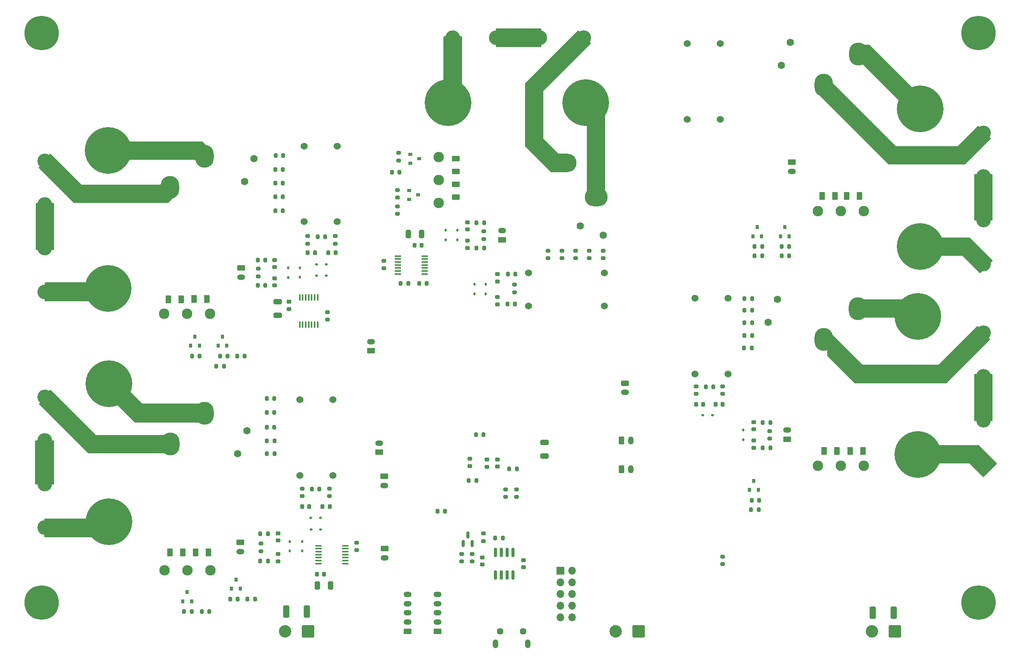
<source format=gbr>
%TF.GenerationSoftware,KiCad,Pcbnew,7.0.5*%
%TF.CreationDate,2023-06-14T16:30:10+07:00*%
%TF.ProjectId,Smart CB STM32 PCB,536d6172-7420-4434-9220-53544d333220,rev?*%
%TF.SameCoordinates,Original*%
%TF.FileFunction,Soldermask,Bot*%
%TF.FilePolarity,Negative*%
%FSLAX46Y46*%
G04 Gerber Fmt 4.6, Leading zero omitted, Abs format (unit mm)*
G04 Created by KiCad (PCBNEW 7.0.5) date 2023-06-14 16:30:10*
%MOMM*%
%LPD*%
G01*
G04 APERTURE LIST*
G04 Aperture macros list*
%AMRoundRect*
0 Rectangle with rounded corners*
0 $1 Rounding radius*
0 $2 $3 $4 $5 $6 $7 $8 $9 X,Y pos of 4 corners*
0 Add a 4 corners polygon primitive as box body*
4,1,4,$2,$3,$4,$5,$6,$7,$8,$9,$2,$3,0*
0 Add four circle primitives for the rounded corners*
1,1,$1+$1,$2,$3*
1,1,$1+$1,$4,$5*
1,1,$1+$1,$6,$7*
1,1,$1+$1,$8,$9*
0 Add four rect primitives between the rounded corners*
20,1,$1+$1,$2,$3,$4,$5,0*
20,1,$1+$1,$4,$5,$6,$7,0*
20,1,$1+$1,$6,$7,$8,$9,0*
20,1,$1+$1,$8,$9,$2,$3,0*%
G04 Aperture macros list end*
%ADD10C,2.286000*%
%ADD11O,4.000000X5.000000*%
%ADD12C,1.600000*%
%ADD13C,1.524000*%
%ADD14C,10.160000*%
%ADD15O,3.200000X3.200000*%
%ADD16RoundRect,0.250001X1.099999X1.099999X-1.099999X1.099999X-1.099999X-1.099999X1.099999X-1.099999X0*%
%ADD17C,2.700000*%
%ADD18R,1.700000X1.700000*%
%ADD19O,1.700000X1.700000*%
%ADD20RoundRect,0.250000X-0.625000X0.350000X-0.625000X-0.350000X0.625000X-0.350000X0.625000X0.350000X0*%
%ADD21O,1.750000X1.200000*%
%ADD22RoundRect,0.250000X0.625000X-0.350000X0.625000X0.350000X-0.625000X0.350000X-0.625000X-0.350000X0*%
%ADD23O,1.200000X1.900000*%
%ADD24C,1.450000*%
%ADD25C,7.500000*%
%ADD26RoundRect,0.250000X-0.350000X-0.625000X0.350000X-0.625000X0.350000X0.625000X-0.350000X0.625000X0*%
%ADD27O,1.200000X1.750000*%
%ADD28O,5.000000X4.000000*%
%ADD29R,0.800000X0.900000*%
%ADD30RoundRect,0.200000X-0.275000X0.200000X-0.275000X-0.200000X0.275000X-0.200000X0.275000X0.200000X0*%
%ADD31RoundRect,0.250000X-0.375000X-0.625000X0.375000X-0.625000X0.375000X0.625000X-0.375000X0.625000X0*%
%ADD32RoundRect,0.112500X0.112500X-0.187500X0.112500X0.187500X-0.112500X0.187500X-0.112500X-0.187500X0*%
%ADD33RoundRect,0.200000X-0.200000X-0.275000X0.200000X-0.275000X0.200000X0.275000X-0.200000X0.275000X0*%
%ADD34RoundRect,0.200000X0.200000X0.275000X-0.200000X0.275000X-0.200000X-0.275000X0.200000X-0.275000X0*%
%ADD35RoundRect,0.225000X0.250000X-0.225000X0.250000X0.225000X-0.250000X0.225000X-0.250000X-0.225000X0*%
%ADD36RoundRect,0.250000X0.425000X1.075000X-0.425000X1.075000X-0.425000X-1.075000X0.425000X-1.075000X0*%
%ADD37RoundRect,0.250000X0.375000X0.625000X-0.375000X0.625000X-0.375000X-0.625000X0.375000X-0.625000X0*%
%ADD38RoundRect,0.225000X-0.250000X0.225000X-0.250000X-0.225000X0.250000X-0.225000X0.250000X0.225000X0*%
%ADD39RoundRect,0.200000X0.275000X-0.200000X0.275000X0.200000X-0.275000X0.200000X-0.275000X-0.200000X0*%
%ADD40RoundRect,0.150000X0.150000X-0.825000X0.150000X0.825000X-0.150000X0.825000X-0.150000X-0.825000X0*%
%ADD41RoundRect,0.225000X0.225000X0.250000X-0.225000X0.250000X-0.225000X-0.250000X0.225000X-0.250000X0*%
%ADD42RoundRect,0.112500X0.187500X0.112500X-0.187500X0.112500X-0.187500X-0.112500X0.187500X-0.112500X0*%
%ADD43R,0.450000X1.475000*%
%ADD44RoundRect,0.150000X0.150000X-0.587500X0.150000X0.587500X-0.150000X0.587500X-0.150000X-0.587500X0*%
%ADD45R,1.475000X0.450000*%
%ADD46RoundRect,0.225000X-0.225000X-0.250000X0.225000X-0.250000X0.225000X0.250000X-0.225000X0.250000X0*%
%ADD47RoundRect,0.112500X-0.187500X-0.112500X0.187500X-0.112500X0.187500X0.112500X-0.187500X0.112500X0*%
%ADD48R,0.900000X0.800000*%
%ADD49RoundRect,0.250000X0.625000X-0.375000X0.625000X0.375000X-0.625000X0.375000X-0.625000X-0.375000X0*%
%ADD50RoundRect,0.250000X0.325000X0.650000X-0.325000X0.650000X-0.325000X-0.650000X0.325000X-0.650000X0*%
%ADD51RoundRect,0.112500X-0.112500X0.187500X-0.112500X-0.187500X0.112500X-0.187500X0.112500X0.187500X0*%
%ADD52RoundRect,0.250000X-0.325000X-0.650000X0.325000X-0.650000X0.325000X0.650000X-0.325000X0.650000X0*%
%ADD53RoundRect,0.250000X-0.625000X0.375000X-0.625000X-0.375000X0.625000X-0.375000X0.625000X0.375000X0*%
%ADD54RoundRect,0.250000X-0.650000X0.325000X-0.650000X-0.325000X0.650000X-0.325000X0.650000X0.325000X0*%
%ADD55RoundRect,0.250000X0.650000X-0.325000X0.650000X0.325000X-0.650000X0.325000X-0.650000X-0.325000X0*%
G04 APERTURE END LIST*
D10*
%TO.C,U31*%
X79750000Y-145000000D03*
X84750000Y-145000000D03*
X89750000Y-145000000D03*
D11*
X88500000Y-110750000D03*
X81000000Y-117500000D03*
%TD*%
D12*
%TO.C,RV1*%
X170250000Y-70000000D03*
X175250000Y-72000000D03*
%TD*%
D13*
%TO.C,U14*%
X110188000Y-52588700D03*
X117388000Y-52588700D03*
X117388000Y-69088700D03*
X110188000Y-69088700D03*
%TD*%
D14*
%TO.C,J16*%
X141460000Y-43130000D03*
%TD*%
%TO.C,J25*%
X244250000Y-74500000D03*
%TD*%
D15*
%TO.C,U3*%
X53653000Y-107213700D03*
X53653000Y-116713700D03*
X53653000Y-126213700D03*
X53653000Y-135713700D03*
%TD*%
D14*
%TO.C,J28*%
X67688000Y-134388700D03*
%TD*%
D16*
%TO.C,J2*%
X183000000Y-158250000D03*
D17*
X178000000Y-158250000D03*
%TD*%
D10*
%TO.C,U16*%
X79688000Y-89088700D03*
X84688000Y-89088700D03*
X89688000Y-89088700D03*
D11*
X88438000Y-54838700D03*
X80938000Y-61588700D03*
%TD*%
D12*
%TO.C,RV4*%
X214025000Y-35050000D03*
X216025000Y-30050000D03*
%TD*%
D18*
%TO.C,J4*%
X165960000Y-145048700D03*
D19*
X168500000Y-145048700D03*
X165960000Y-147588700D03*
X168500000Y-147588700D03*
X165960000Y-150128700D03*
X168500000Y-150128700D03*
X165960000Y-152668700D03*
X168500000Y-152668700D03*
X165960000Y-155208700D03*
X168500000Y-155208700D03*
%TD*%
D20*
%TO.C,J8*%
X179975000Y-104250000D03*
D21*
X179975000Y-106250000D03*
%TD*%
D15*
%TO.C,U7*%
X258050000Y-121775000D03*
X258050000Y-112275000D03*
X258050000Y-102775000D03*
X258050000Y-93275000D03*
%TD*%
D20*
%TO.C,J18*%
X96438000Y-79150700D03*
D21*
X96438000Y-81150700D03*
%TD*%
D22*
%TO.C,J30*%
X124675000Y-97175000D03*
D21*
X124675000Y-95175000D03*
%TD*%
D23*
%TO.C,J5*%
X151800000Y-161008700D03*
D24*
X152800000Y-158308700D03*
X157800000Y-158308700D03*
D23*
X158800000Y-161008700D03*
%TD*%
D22*
%TO.C,J15*%
X153250000Y-73025000D03*
D21*
X153250000Y-71025000D03*
%TD*%
D22*
%TO.C,J13*%
X126500000Y-119300000D03*
D21*
X126500000Y-117300000D03*
%TD*%
D22*
%TO.C,J6*%
X132710000Y-158250000D03*
D21*
X132710000Y-156250000D03*
X132710000Y-154250000D03*
X132710000Y-152250000D03*
X132710000Y-150250000D03*
%TD*%
D20*
%TO.C,J27*%
X96300000Y-138925000D03*
D21*
X96300000Y-140925000D03*
%TD*%
D20*
%TO.C,J12*%
X127718750Y-140250000D03*
D21*
X127718750Y-142250000D03*
%TD*%
D25*
%TO.C,H4*%
X257000000Y-28000000D03*
%TD*%
D12*
%TO.C,RV5*%
X95688000Y-119588700D03*
X97688000Y-114588700D03*
%TD*%
D13*
%TO.C,U9*%
X175500000Y-80250000D03*
X175500000Y-87450000D03*
X159000000Y-87450000D03*
X159000000Y-80250000D03*
%TD*%
%TO.C,U24*%
X193525000Y-30250000D03*
X200725000Y-30250000D03*
X200725000Y-46750000D03*
X193525000Y-46750000D03*
%TD*%
D22*
%TO.C,J7*%
X139210000Y-158250000D03*
D21*
X139210000Y-156250000D03*
X139210000Y-154250000D03*
X139210000Y-152250000D03*
X139210000Y-150250000D03*
%TD*%
D14*
%TO.C,J20*%
X67438000Y-53588700D03*
%TD*%
D20*
%TO.C,J9*%
X127550000Y-124500000D03*
D21*
X127550000Y-126500000D03*
%TD*%
D15*
%TO.C,U6*%
X258050000Y-78250000D03*
X258050000Y-68750000D03*
X258050000Y-59250000D03*
X258050000Y-49750000D03*
%TD*%
D26*
%TO.C,J11*%
X179250000Y-116750000D03*
D27*
X181250000Y-116750000D03*
%TD*%
D15*
%TO.C,U5*%
X171000000Y-29000000D03*
X161500000Y-29000000D03*
X152000000Y-29000000D03*
X142500000Y-29000000D03*
%TD*%
D13*
%TO.C,U19*%
X195250000Y-85750000D03*
X202450000Y-85750000D03*
X202450000Y-102250000D03*
X195250000Y-102250000D03*
%TD*%
D10*
%TO.C,U21*%
X222000000Y-122225200D03*
X227000000Y-122225200D03*
X232000000Y-122225200D03*
D11*
X230750000Y-87975200D03*
X223250000Y-94725200D03*
%TD*%
D14*
%TO.C,J17*%
X171460000Y-43130000D03*
%TD*%
D25*
%TO.C,H1*%
X257000000Y-152000000D03*
%TD*%
D14*
%TO.C,J29*%
X67688000Y-104388700D03*
%TD*%
D13*
%TO.C,U29*%
X109188000Y-107838700D03*
X116388000Y-107838700D03*
X116388000Y-124338700D03*
X109188000Y-124338700D03*
%TD*%
D15*
%TO.C,U4*%
X53688000Y-55838700D03*
X53688000Y-65338700D03*
X53688000Y-74838700D03*
X53688000Y-84338700D03*
%TD*%
D14*
%TO.C,J22*%
X243750000Y-119750000D03*
%TD*%
%TO.C,J26*%
X244250000Y-44500000D03*
%TD*%
D22*
%TO.C,J21*%
X215323200Y-116470000D03*
D21*
X215323200Y-114470000D03*
%TD*%
D26*
%TO.C,J10*%
X179250000Y-122950000D03*
D27*
X181250000Y-122950000D03*
%TD*%
D10*
%TO.C,U11*%
X139460000Y-55000000D03*
X139460000Y-60000000D03*
X139460000Y-65000000D03*
D28*
X173710000Y-63750000D03*
X166960000Y-56250000D03*
%TD*%
D12*
%TO.C,RV2*%
X97188000Y-60338700D03*
X99188000Y-55338700D03*
%TD*%
D16*
%TO.C,J1*%
X111027500Y-158300000D03*
D17*
X106027500Y-158300000D03*
%TD*%
D14*
%TO.C,J23*%
X243750000Y-89750000D03*
%TD*%
D25*
%TO.C,H2*%
X53000000Y-28000000D03*
%TD*%
D10*
%TO.C,U26*%
X222025000Y-66800000D03*
X227025000Y-66800000D03*
X232025000Y-66800000D03*
D11*
X230775000Y-32550000D03*
X223275000Y-39300000D03*
%TD*%
D20*
%TO.C,J24*%
X216300000Y-56100000D03*
D21*
X216300000Y-58100000D03*
%TD*%
D14*
%TO.C,J19*%
X67438000Y-83588700D03*
%TD*%
D16*
%TO.C,J3*%
X238750000Y-158300000D03*
D17*
X233750000Y-158300000D03*
%TD*%
D12*
%TO.C,RV3*%
X211200000Y-91000000D03*
X213200000Y-86000000D03*
%TD*%
D25*
%TO.C,H3*%
X53000000Y-152000000D03*
%TD*%
D29*
%TO.C,U20*%
X209000000Y-127500000D03*
X207100000Y-127500000D03*
X208050000Y-125500000D03*
%TD*%
D30*
%TO.C,R76*%
X201250000Y-104925000D03*
X201250000Y-106575000D03*
%TD*%
D31*
%TO.C,D38*%
X86500000Y-141075000D03*
X89300000Y-141075000D03*
%TD*%
D29*
%TO.C,U15*%
X87338000Y-96088700D03*
X85438000Y-96088700D03*
X86388000Y-94088700D03*
%TD*%
D32*
%TO.C,D13*%
X141000000Y-73025000D03*
X141000000Y-70925000D03*
%TD*%
D29*
%TO.C,U27*%
X215750000Y-72250000D03*
X213850000Y-72250000D03*
X214800000Y-70250000D03*
%TD*%
D33*
%TO.C,R110*%
X87850000Y-154000000D03*
X89500000Y-154000000D03*
%TD*%
D30*
%TO.C,R59*%
X110938000Y-72188700D03*
X110938000Y-73838700D03*
%TD*%
D34*
%TO.C,R104*%
X103638000Y-110588700D03*
X101988000Y-110588700D03*
%TD*%
D35*
%TO.C,C27*%
X152210000Y-87050000D03*
X152210000Y-85500000D03*
%TD*%
D36*
%TO.C,D4*%
X238472500Y-154250000D03*
X233972500Y-154250000D03*
%TD*%
D37*
%TO.C,D35*%
X83700000Y-141075000D03*
X80900000Y-141075000D03*
%TD*%
D34*
%TO.C,R43*%
X136825000Y-82500000D03*
X135175000Y-82500000D03*
%TD*%
D38*
%TO.C,C25*%
X145750000Y-69225000D03*
X145750000Y-70775000D03*
%TD*%
D39*
%TO.C,R105*%
X100750000Y-140825000D03*
X100750000Y-139175000D03*
%TD*%
D34*
%TO.C,R72*%
X211650000Y-112800000D03*
X210000000Y-112800000D03*
%TD*%
%TO.C,R75*%
X199250000Y-105000000D03*
X197600000Y-105000000D03*
%TD*%
D40*
%TO.C,U1*%
X155610000Y-146028700D03*
X154340000Y-146028700D03*
X153070000Y-146028700D03*
X151800000Y-146028700D03*
X151800000Y-141078700D03*
X153070000Y-141078700D03*
X154340000Y-141078700D03*
X155610000Y-141078700D03*
%TD*%
D35*
%TO.C,C28*%
X152250000Y-82050000D03*
X152250000Y-80500000D03*
%TD*%
D30*
%TO.C,R113*%
X109688000Y-127188700D03*
X109688000Y-128838700D03*
%TD*%
D34*
%TO.C,R99*%
X215750000Y-76500000D03*
X214100000Y-76500000D03*
%TD*%
D39*
%TO.C,R29*%
X163250000Y-77025000D03*
X163250000Y-75375000D03*
%TD*%
D33*
%TO.C,R117*%
X97800000Y-151250000D03*
X99450000Y-151250000D03*
%TD*%
D34*
%TO.C,R40*%
X156075000Y-87000000D03*
X154425000Y-87000000D03*
%TD*%
D33*
%TO.C,R67*%
X206000000Y-91100000D03*
X207650000Y-91100000D03*
%TD*%
%TO.C,R9*%
X154810000Y-122918700D03*
X156460000Y-122918700D03*
%TD*%
D41*
%TO.C,C52*%
X111238000Y-131088700D03*
X109688000Y-131088700D03*
%TD*%
D42*
%TO.C,D27*%
X199073200Y-111250000D03*
X196973200Y-111250000D03*
%TD*%
D39*
%TO.C,R23*%
X146710000Y-143068700D03*
X146710000Y-141418700D03*
%TD*%
D43*
%TO.C,U13*%
X109188000Y-85588700D03*
X109838000Y-85588700D03*
X110488000Y-85588700D03*
X111138000Y-85588700D03*
X111788000Y-85588700D03*
X112438000Y-85588700D03*
X113088000Y-85588700D03*
X113088000Y-91464700D03*
X112438000Y-91464700D03*
X111788000Y-91464700D03*
X111138000Y-91464700D03*
X110488000Y-91464700D03*
X109838000Y-91464700D03*
X109188000Y-91464700D03*
%TD*%
D37*
%TO.C,D17*%
X83400000Y-86000000D03*
X80600000Y-86000000D03*
%TD*%
D39*
%TO.C,R30*%
X166250000Y-77025000D03*
X166250000Y-75375000D03*
%TD*%
D44*
%TO.C,Q2*%
X146710000Y-139193800D03*
X144810000Y-139193800D03*
X145760000Y-137318800D03*
%TD*%
D31*
%TO.C,D20*%
X86223000Y-85918700D03*
X89023000Y-85918700D03*
%TD*%
D33*
%TO.C,R89*%
X208200000Y-74500000D03*
X209850000Y-74500000D03*
%TD*%
D35*
%TO.C,C31*%
X103688000Y-82950700D03*
X103688000Y-81400700D03*
%TD*%
D34*
%TO.C,R92*%
X209850000Y-76500000D03*
X208200000Y-76500000D03*
%TD*%
D41*
%TO.C,C34*%
X112488000Y-75838700D03*
X110938000Y-75838700D03*
%TD*%
D34*
%TO.C,R37*%
X149325000Y-74775000D03*
X147675000Y-74775000D03*
%TD*%
D30*
%TO.C,R58*%
X116938000Y-72188700D03*
X116938000Y-73838700D03*
%TD*%
%TO.C,R112*%
X115688000Y-127188700D03*
X115688000Y-128838700D03*
%TD*%
D39*
%TO.C,R31*%
X169250000Y-77025000D03*
X169250000Y-75375000D03*
%TD*%
D34*
%TO.C,R100*%
X215750000Y-74500000D03*
X214100000Y-74500000D03*
%TD*%
D45*
%TO.C,U8*%
X136438000Y-76550000D03*
X136438000Y-77200000D03*
X136438000Y-77850000D03*
X136438000Y-78500000D03*
X136438000Y-79150000D03*
X136438000Y-79800000D03*
X136438000Y-80450000D03*
X130562000Y-80450000D03*
X130562000Y-79800000D03*
X130562000Y-79150000D03*
X130562000Y-78500000D03*
X130562000Y-77850000D03*
X130562000Y-77200000D03*
X130562000Y-76550000D03*
%TD*%
D39*
%TO.C,R51*%
X100188000Y-80975800D03*
X100188000Y-79325800D03*
%TD*%
D30*
%TO.C,R45*%
X130500000Y-65750000D03*
X130500000Y-67400000D03*
%TD*%
D41*
%TO.C,C33*%
X116988000Y-75838700D03*
X115438000Y-75838700D03*
%TD*%
D29*
%TO.C,U25*%
X209750000Y-72250000D03*
X207850000Y-72250000D03*
X208800000Y-70250000D03*
%TD*%
D39*
%TO.C,R24*%
X144460000Y-143068700D03*
X144460000Y-141418700D03*
%TD*%
D34*
%TO.C,R38*%
X130900000Y-58325000D03*
X129250000Y-58325000D03*
%TD*%
D46*
%TO.C,C23*%
X134200000Y-74250000D03*
X135750000Y-74250000D03*
%TD*%
D37*
%TO.C,D23*%
X226150000Y-119000000D03*
X223350000Y-119000000D03*
%TD*%
D35*
%TO.C,C29*%
X106888000Y-88076700D03*
X106888000Y-86526700D03*
%TD*%
D30*
%TO.C,R42*%
X127500000Y-77600000D03*
X127500000Y-79250000D03*
%TD*%
D33*
%TO.C,R65*%
X205925000Y-96600000D03*
X207575000Y-96600000D03*
%TD*%
D41*
%TO.C,C40*%
X197050000Y-108830000D03*
X195500000Y-108830000D03*
%TD*%
D39*
%TO.C,R32*%
X172250000Y-77025000D03*
X172250000Y-75375000D03*
%TD*%
D29*
%TO.C,U30*%
X85650000Y-151750000D03*
X83750000Y-151750000D03*
X84700000Y-149750000D03*
%TD*%
D41*
%TO.C,C51*%
X115713000Y-131088700D03*
X114163000Y-131088700D03*
%TD*%
D34*
%TO.C,R103*%
X103638000Y-113838700D03*
X101988000Y-113838700D03*
%TD*%
D39*
%TO.C,R116*%
X121600000Y-140625000D03*
X121600000Y-138975000D03*
%TD*%
D33*
%TO.C,R53*%
X85738000Y-98338700D03*
X87388000Y-98338700D03*
%TD*%
D38*
%TO.C,C15*%
X152210000Y-120868700D03*
X152210000Y-122418700D03*
%TD*%
D35*
%TO.C,C1*%
X148960000Y-143750000D03*
X148960000Y-142200000D03*
%TD*%
D33*
%TO.C,R66*%
X206000000Y-93850000D03*
X207650000Y-93850000D03*
%TD*%
D47*
%TO.C,D40*%
X111638000Y-136088700D03*
X113738000Y-136088700D03*
%TD*%
D34*
%TO.C,R73*%
X211650000Y-118300000D03*
X210000000Y-118300000D03*
%TD*%
D33*
%TO.C,R109*%
X100600000Y-137000000D03*
X102250000Y-137000000D03*
%TD*%
D42*
%TO.C,D39*%
X113688000Y-133588700D03*
X111588000Y-133588700D03*
%TD*%
D38*
%TO.C,C26*%
X145750000Y-73225000D03*
X145750000Y-74775000D03*
%TD*%
D33*
%TO.C,R54*%
X100038000Y-82900700D03*
X101688000Y-82900700D03*
%TD*%
D45*
%TO.C,U28*%
X113250000Y-143538700D03*
X113250000Y-142888700D03*
X113250000Y-142238700D03*
X113250000Y-141588700D03*
X113250000Y-140938700D03*
X113250000Y-140288700D03*
X113250000Y-139638700D03*
X119126000Y-139638700D03*
X119126000Y-140288700D03*
X119126000Y-140938700D03*
X119126000Y-141588700D03*
X119126000Y-142238700D03*
X119126000Y-142888700D03*
X119126000Y-143538700D03*
%TD*%
D30*
%TO.C,R69*%
X211500000Y-114650000D03*
X211500000Y-116300000D03*
%TD*%
D38*
%TO.C,C38*%
X208000000Y-116750000D03*
X208000000Y-118300000D03*
%TD*%
D48*
%TO.C,U10*%
X133250000Y-56325000D03*
X133250000Y-54425000D03*
X135250000Y-55375000D03*
%TD*%
D34*
%TO.C,R64*%
X93478000Y-98338700D03*
X91828000Y-98338700D03*
%TD*%
D32*
%TO.C,D36*%
X107000000Y-140800000D03*
X107000000Y-138700000D03*
%TD*%
D34*
%TO.C,R36*%
X149325000Y-69275000D03*
X147675000Y-69275000D03*
%TD*%
D29*
%TO.C,U17*%
X93338000Y-96088700D03*
X91438000Y-96088700D03*
X92388000Y-94088700D03*
%TD*%
D37*
%TO.C,D29*%
X225715000Y-63470000D03*
X222915000Y-63470000D03*
%TD*%
D41*
%TO.C,C19*%
X140760000Y-132168700D03*
X139210000Y-132168700D03*
%TD*%
D34*
%TO.C,R47*%
X105513000Y-66668700D03*
X103863000Y-66668700D03*
%TD*%
D38*
%TO.C,C37*%
X208000000Y-112750000D03*
X208000000Y-114300000D03*
%TD*%
D35*
%TO.C,C11*%
X149960000Y-122443700D03*
X149960000Y-120893700D03*
%TD*%
D33*
%TO.C,R56*%
X91038000Y-100588700D03*
X92688000Y-100588700D03*
%TD*%
D34*
%TO.C,R48*%
X105513000Y-63668700D03*
X103863000Y-63668700D03*
%TD*%
D33*
%TO.C,R63*%
X95553000Y-98338700D03*
X97203000Y-98338700D03*
%TD*%
D38*
%TO.C,C13*%
X146250000Y-120725000D03*
X146250000Y-122275000D03*
%TD*%
D32*
%TO.C,D18*%
X106688000Y-81250800D03*
X106688000Y-79150800D03*
%TD*%
D33*
%TO.C,R55*%
X100038000Y-77400800D03*
X101688000Y-77400800D03*
%TD*%
D34*
%TO.C,R111*%
X113463000Y-127338700D03*
X111813000Y-127338700D03*
%TD*%
D49*
%TO.C,D11*%
X143200000Y-58100000D03*
X143200000Y-55300000D03*
%TD*%
D33*
%TO.C,R71*%
X207566800Y-129750000D03*
X209216800Y-129750000D03*
%TD*%
%TO.C,R1*%
X151749700Y-138000000D03*
X153399700Y-138000000D03*
%TD*%
D32*
%TO.C,D15*%
X149710000Y-84800000D03*
X149710000Y-82700000D03*
%TD*%
D50*
%TO.C,C48*%
X115938000Y-148338700D03*
X112988000Y-148338700D03*
%TD*%
D47*
%TO.C,D22*%
X112888000Y-80838700D03*
X114988000Y-80838700D03*
%TD*%
D34*
%TO.C,R101*%
X103713000Y-119588700D03*
X102063000Y-119588700D03*
%TD*%
D51*
%TO.C,D24*%
X205750000Y-114450000D03*
X205750000Y-116550000D03*
%TD*%
D34*
%TO.C,R49*%
X105513000Y-60668700D03*
X103863000Y-60668700D03*
%TD*%
D52*
%TO.C,C24*%
X132800000Y-71750000D03*
X135750000Y-71750000D03*
%TD*%
D41*
%TO.C,C39*%
X201250000Y-108830000D03*
X199700000Y-108830000D03*
%TD*%
D34*
%TO.C,R106*%
X103638000Y-107588700D03*
X101988000Y-107588700D03*
%TD*%
D51*
%TO.C,D19*%
X109188000Y-79100800D03*
X109188000Y-81200800D03*
%TD*%
D34*
%TO.C,R57*%
X114763000Y-72338700D03*
X113113000Y-72338700D03*
%TD*%
D30*
%TO.C,R35*%
X130750000Y-54075000D03*
X130750000Y-55725000D03*
%TD*%
D48*
%TO.C,U12*%
X133000000Y-64200000D03*
X133000000Y-62300000D03*
X135000000Y-63250000D03*
%TD*%
D30*
%TO.C,R96*%
X156400000Y-127350000D03*
X156400000Y-129000000D03*
%TD*%
D34*
%TO.C,R52*%
X105588000Y-54668700D03*
X103938000Y-54668700D03*
%TD*%
D39*
%TO.C,R119*%
X201250000Y-143650000D03*
X201250000Y-142000000D03*
%TD*%
%TO.C,R46*%
X130500000Y-63825000D03*
X130500000Y-62175000D03*
%TD*%
D36*
%TO.C,D2*%
X110750000Y-154000000D03*
X106250000Y-154000000D03*
%TD*%
D33*
%TO.C,R11*%
X145989880Y-125418700D03*
X147639880Y-125418700D03*
%TD*%
D30*
%TO.C,R77*%
X195500000Y-104930000D03*
X195500000Y-106580000D03*
%TD*%
D33*
%TO.C,R108*%
X100600000Y-143000000D03*
X102250000Y-143000000D03*
%TD*%
D35*
%TO.C,C50*%
X104500000Y-138500000D03*
X104500000Y-136950000D03*
%TD*%
D30*
%TO.C,R62*%
X115250000Y-88750000D03*
X115250000Y-90400000D03*
%TD*%
D33*
%TO.C,R68*%
X206000000Y-88350000D03*
X207650000Y-88350000D03*
%TD*%
D34*
%TO.C,R102*%
X103688000Y-116838700D03*
X102038000Y-116838700D03*
%TD*%
D51*
%TO.C,D37*%
X109700000Y-138700000D03*
X109700000Y-140800000D03*
%TD*%
D33*
%TO.C,R70*%
X206000000Y-85800000D03*
X207650000Y-85800000D03*
%TD*%
D34*
%TO.C,R50*%
X105513000Y-57668700D03*
X103863000Y-57668700D03*
%TD*%
D41*
%TO.C,C47*%
X114488000Y-145838700D03*
X112938000Y-145838700D03*
%TD*%
D35*
%TO.C,C49*%
X104500000Y-143025000D03*
X104500000Y-141475000D03*
%TD*%
D34*
%TO.C,R44*%
X132825000Y-82500000D03*
X131175000Y-82500000D03*
%TD*%
%TO.C,R118*%
X95700000Y-151250000D03*
X94050000Y-151250000D03*
%TD*%
D30*
%TO.C,R33*%
X149250000Y-71200000D03*
X149250000Y-72850000D03*
%TD*%
D39*
%TO.C,R39*%
X155960000Y-84450000D03*
X155960000Y-82800000D03*
%TD*%
D34*
%TO.C,R74*%
X209116800Y-131750000D03*
X207466800Y-131750000D03*
%TD*%
D39*
%TO.C,R34*%
X175250000Y-77025000D03*
X175250000Y-75375000D03*
%TD*%
D33*
%TO.C,R10*%
X147560000Y-115418700D03*
X149210000Y-115418700D03*
%TD*%
D53*
%TO.C,D14*%
X143200000Y-60900000D03*
X143200000Y-63700000D03*
%TD*%
D39*
%TO.C,R21*%
X149210000Y-138643700D03*
X149210000Y-136993700D03*
%TD*%
D54*
%TO.C,C9*%
X162460000Y-117168700D03*
X162460000Y-120118700D03*
%TD*%
D33*
%TO.C,R107*%
X84000000Y-154000000D03*
X85650000Y-154000000D03*
%TD*%
D38*
%TO.C,C2*%
X157920000Y-142778700D03*
X157920000Y-144328700D03*
%TD*%
D55*
%TO.C,C30*%
X104388000Y-89476800D03*
X104388000Y-86526800D03*
%TD*%
D29*
%TO.C,U32*%
X96250000Y-149000000D03*
X94350000Y-149000000D03*
X95300000Y-147000000D03*
%TD*%
D30*
%TO.C,R97*%
X154000000Y-127350000D03*
X154000000Y-129000000D03*
%TD*%
D34*
%TO.C,R41*%
X156150000Y-80500000D03*
X154500000Y-80500000D03*
%TD*%
D31*
%TO.C,D26*%
X229000000Y-119000000D03*
X231800000Y-119000000D03*
%TD*%
D51*
%TO.C,D16*%
X147210000Y-82700000D03*
X147210000Y-84800000D03*
%TD*%
%TO.C,D12*%
X143500000Y-70925000D03*
X143500000Y-73025000D03*
%TD*%
D42*
%TO.C,D21*%
X114938000Y-78338700D03*
X112838000Y-78338700D03*
%TD*%
D35*
%TO.C,C32*%
X103688000Y-78950700D03*
X103688000Y-77400700D03*
%TD*%
D31*
%TO.C,D32*%
X228265000Y-63470000D03*
X231065000Y-63470000D03*
%TD*%
G36*
X255115677Y-72519685D02*
G01*
X255136319Y-72536319D01*
X260012319Y-77412319D01*
X260045804Y-77473642D01*
X260040820Y-77543334D01*
X260012319Y-77587681D01*
X257387681Y-80212319D01*
X257326358Y-80245804D01*
X257256666Y-80240820D01*
X257212319Y-80212319D01*
X253500000Y-76500000D01*
X245724000Y-76500000D01*
X245656961Y-76480315D01*
X245611206Y-76427511D01*
X245600000Y-76376000D01*
X245600000Y-72624000D01*
X245619685Y-72556961D01*
X245672489Y-72511206D01*
X245724000Y-72500000D01*
X255048638Y-72500000D01*
X255115677Y-72519685D01*
G37*
G36*
X161743039Y-27019685D02*
G01*
X161788794Y-27072489D01*
X161800000Y-27124000D01*
X161800000Y-30876000D01*
X161780315Y-30943039D01*
X161727511Y-30988794D01*
X161676000Y-31000000D01*
X152024000Y-31000000D01*
X151956961Y-30980315D01*
X151911206Y-30927511D01*
X151900000Y-30876000D01*
X151900000Y-27124000D01*
X151919685Y-27056961D01*
X151972489Y-27011206D01*
X152024000Y-27000000D01*
X161676000Y-27000000D01*
X161743039Y-27019685D01*
G37*
G36*
X55643039Y-116719685D02*
G01*
X55688794Y-116772489D01*
X55700000Y-116824000D01*
X55700000Y-126176000D01*
X55680315Y-126243039D01*
X55627511Y-126288794D01*
X55576000Y-126300000D01*
X51724000Y-126300000D01*
X51656961Y-126280315D01*
X51611206Y-126227511D01*
X51600000Y-126176000D01*
X51600000Y-116824000D01*
X51619685Y-116756961D01*
X51672489Y-116711206D01*
X51724000Y-116700000D01*
X55576000Y-116700000D01*
X55643039Y-116719685D01*
G37*
G36*
X54995709Y-54295709D02*
G01*
X61700000Y-61000000D01*
X78700000Y-61000000D01*
X78700000Y-60999999D01*
X79908881Y-59791118D01*
X79970204Y-59757633D01*
X80039896Y-59762617D01*
X80087548Y-59794552D01*
X82500001Y-62400001D01*
X82500017Y-62400018D01*
X82712318Y-62612319D01*
X82745803Y-62673642D01*
X82740819Y-62743334D01*
X82712318Y-62787681D01*
X80536319Y-64963681D01*
X80474996Y-64997166D01*
X80448638Y-65000000D01*
X60051362Y-65000000D01*
X59984323Y-64980315D01*
X59963681Y-64963681D01*
X52380326Y-57380326D01*
X52346841Y-57319003D01*
X52351825Y-57249311D01*
X52372999Y-57212961D01*
X54813020Y-54303706D01*
X54871183Y-54264991D01*
X54941043Y-54263866D01*
X54995709Y-54295709D01*
G37*
G36*
X259943039Y-102269685D02*
G01*
X259988794Y-102322489D01*
X260000000Y-102374000D01*
X260000000Y-112376000D01*
X259980315Y-112443039D01*
X259927511Y-112488794D01*
X259876000Y-112500000D01*
X256124000Y-112500000D01*
X256056961Y-112480315D01*
X256011206Y-112427511D01*
X256000000Y-112376000D01*
X256000000Y-102374000D01*
X256019685Y-102306961D01*
X256072489Y-102261206D01*
X256124000Y-102250000D01*
X259876000Y-102250000D01*
X259943039Y-102269685D01*
G37*
G36*
X256789438Y-91813075D02*
G01*
X256837511Y-91845467D01*
X259419774Y-94662480D01*
X259450564Y-94725200D01*
X259442557Y-94794609D01*
X259416048Y-94833951D01*
X250036319Y-104213681D01*
X249974996Y-104247166D01*
X249948638Y-104250000D01*
X230051362Y-104250000D01*
X229984323Y-104230315D01*
X229963681Y-104213681D01*
X224036319Y-98286319D01*
X224002834Y-98224996D01*
X224000000Y-98198638D01*
X224000000Y-92799362D01*
X224019685Y-92732323D01*
X224072489Y-92686568D01*
X224141647Y-92676624D01*
X224205203Y-92705649D01*
X224211681Y-92711681D01*
X231750000Y-100250000D01*
X248250000Y-100250000D01*
X248250000Y-100249999D01*
X256658423Y-91841576D01*
X256719746Y-91808091D01*
X256789438Y-91813075D01*
G37*
G36*
X257015677Y-117769685D02*
G01*
X257036319Y-117786319D01*
X260912319Y-121662318D01*
X260945804Y-121723641D01*
X260940820Y-121793333D01*
X260912319Y-121837680D01*
X258087680Y-124662318D01*
X258026357Y-124695803D01*
X257956665Y-124690819D01*
X257912318Y-124662318D01*
X255000000Y-121750000D01*
X241624000Y-121750000D01*
X241556961Y-121730315D01*
X241511206Y-121677511D01*
X241500000Y-121626000D01*
X241500000Y-117874000D01*
X241519685Y-117806961D01*
X241572489Y-117761206D01*
X241624000Y-117750000D01*
X256948638Y-117750000D01*
X257015677Y-117769685D01*
G37*
G36*
X65043039Y-133719685D02*
G01*
X65088794Y-133772489D01*
X65100000Y-133824000D01*
X65100000Y-137676000D01*
X65080315Y-137743039D01*
X65027511Y-137788794D01*
X64976000Y-137800000D01*
X53724000Y-137800000D01*
X53656961Y-137780315D01*
X53611206Y-137727511D01*
X53600000Y-137676000D01*
X53600000Y-133824000D01*
X53619685Y-133756961D01*
X53672489Y-133711206D01*
X53724000Y-133700000D01*
X64976000Y-133700000D01*
X65043039Y-133719685D01*
G37*
G36*
X88015677Y-51619685D02*
G01*
X88036319Y-51636319D01*
X89890069Y-53490069D01*
X89923554Y-53551392D01*
X89918570Y-53621084D01*
X89876698Y-53677017D01*
X89868377Y-53682733D01*
X86583734Y-55747366D01*
X86516501Y-55766377D01*
X86449662Y-55746020D01*
X86430064Y-55730064D01*
X86300000Y-55600000D01*
X69951362Y-55600000D01*
X69884323Y-55580315D01*
X69863679Y-55563680D01*
X69836317Y-55536317D01*
X69802833Y-55474993D01*
X69800000Y-55448637D01*
X69800000Y-51724000D01*
X69819685Y-51656961D01*
X69872489Y-51611206D01*
X69924000Y-51600000D01*
X87948638Y-51600000D01*
X88015677Y-51619685D01*
G37*
G36*
X175643039Y-45819685D02*
G01*
X175688794Y-45872489D01*
X175700000Y-45924000D01*
X175700000Y-63276000D01*
X175680315Y-63343039D01*
X175627511Y-63388794D01*
X175576000Y-63400000D01*
X171824000Y-63400000D01*
X171756961Y-63380315D01*
X171711206Y-63327511D01*
X171700000Y-63276000D01*
X171700000Y-45924000D01*
X171719685Y-45856961D01*
X171772489Y-45811206D01*
X171824000Y-45800000D01*
X175576000Y-45800000D01*
X175643039Y-45819685D01*
G37*
G36*
X64343039Y-82319685D02*
G01*
X64388794Y-82372489D01*
X64400000Y-82424000D01*
X64400000Y-86276000D01*
X64380315Y-86343039D01*
X64327511Y-86388794D01*
X64276000Y-86400000D01*
X53824000Y-86400000D01*
X53756961Y-86380315D01*
X53711206Y-86327511D01*
X53700000Y-86276000D01*
X53700000Y-82424000D01*
X53719685Y-82356961D01*
X53772489Y-82311206D01*
X53824000Y-82300000D01*
X64276000Y-82300000D01*
X64343039Y-82319685D01*
G37*
G36*
X241843039Y-86019685D02*
G01*
X241888794Y-86072489D01*
X241900000Y-86124000D01*
X241900000Y-89876000D01*
X241880315Y-89943039D01*
X241827511Y-89988794D01*
X241776000Y-90000000D01*
X231124000Y-90000000D01*
X231056961Y-89980315D01*
X231011206Y-89927511D01*
X231000000Y-89876000D01*
X231000000Y-86124000D01*
X231019685Y-86056961D01*
X231072489Y-86011206D01*
X231124000Y-86000000D01*
X241776000Y-86000000D01*
X241843039Y-86019685D01*
G37*
G36*
X233215677Y-30519685D02*
G01*
X233236319Y-30536319D01*
X244112318Y-41412319D01*
X244145803Y-41473642D01*
X244140819Y-41543334D01*
X244112318Y-41587681D01*
X241387681Y-44312318D01*
X241326358Y-44345803D01*
X241256666Y-44340819D01*
X241212319Y-44312318D01*
X231436319Y-34536319D01*
X231402834Y-34474996D01*
X231400000Y-34448638D01*
X231400000Y-30624000D01*
X231419685Y-30556961D01*
X231472489Y-30511206D01*
X231524000Y-30500000D01*
X233148638Y-30500000D01*
X233215677Y-30519685D01*
G37*
G36*
X169843334Y-27459180D02*
G01*
X169887681Y-27487681D01*
X172512319Y-30112318D01*
X172545804Y-30173641D01*
X172540820Y-30243333D01*
X172512319Y-30287680D01*
X162200000Y-40599999D01*
X162200000Y-50900000D01*
X165500000Y-54200000D01*
X166972939Y-54200000D01*
X167039978Y-54219685D01*
X167085733Y-54272489D01*
X167096902Y-54327023D01*
X167002951Y-58179023D01*
X166981638Y-58245563D01*
X166927734Y-58290017D01*
X166878988Y-58300000D01*
X163951362Y-58300000D01*
X163884323Y-58280315D01*
X163863681Y-58263681D01*
X158236319Y-52636319D01*
X158202834Y-52574996D01*
X158200000Y-52548638D01*
X158200000Y-39051362D01*
X158219685Y-38984323D01*
X158236319Y-38963681D01*
X169712319Y-27487681D01*
X169773642Y-27454196D01*
X169843334Y-27459180D01*
G37*
G36*
X144443039Y-28719685D02*
G01*
X144488794Y-28772489D01*
X144500000Y-28824000D01*
X144500000Y-38976000D01*
X144480315Y-39043039D01*
X144427511Y-39088794D01*
X144376000Y-39100000D01*
X140624000Y-39100000D01*
X140556961Y-39080315D01*
X140511206Y-39027511D01*
X140500000Y-38976000D01*
X140500000Y-28824000D01*
X140519685Y-28756961D01*
X140572489Y-28711206D01*
X140624000Y-28700000D01*
X144376000Y-28700000D01*
X144443039Y-28719685D01*
G37*
G36*
X70995709Y-104795709D02*
G01*
X74900000Y-108700000D01*
X87476000Y-108700000D01*
X87543039Y-108719685D01*
X87588794Y-108772489D01*
X87600000Y-108824000D01*
X87600000Y-112676000D01*
X87580315Y-112743039D01*
X87527511Y-112788794D01*
X87476000Y-112800000D01*
X73351362Y-112800000D01*
X73284323Y-112780315D01*
X73263681Y-112763681D01*
X68380326Y-107880326D01*
X68346841Y-107819003D01*
X68351825Y-107749311D01*
X68372999Y-107712961D01*
X70813020Y-104803706D01*
X70871183Y-104764991D01*
X70941043Y-104763866D01*
X70995709Y-104795709D01*
G37*
G36*
X54999107Y-105699107D02*
G01*
X64800000Y-115500000D01*
X80376000Y-115500000D01*
X80443039Y-115519685D01*
X80488794Y-115572489D01*
X80500000Y-115624000D01*
X80500000Y-119376000D01*
X80480315Y-119443039D01*
X80427511Y-119488794D01*
X80376000Y-119500000D01*
X63151362Y-119500000D01*
X63084323Y-119480315D01*
X63063681Y-119463681D01*
X52477572Y-108877572D01*
X52444087Y-108816249D01*
X52449071Y-108746557D01*
X52467538Y-108713551D01*
X54813711Y-105710448D01*
X54870495Y-105669738D01*
X54940275Y-105666191D01*
X54999107Y-105699107D01*
G37*
G36*
X259943039Y-58719685D02*
G01*
X259988794Y-58772489D01*
X260000000Y-58824000D01*
X260000000Y-68676000D01*
X259980315Y-68743039D01*
X259927511Y-68788794D01*
X259876000Y-68800000D01*
X256124000Y-68800000D01*
X256056961Y-68780315D01*
X256011206Y-68727511D01*
X256000000Y-68676000D01*
X256000000Y-58824000D01*
X256019685Y-58756961D01*
X256072489Y-58711206D01*
X256124000Y-58700000D01*
X259876000Y-58700000D01*
X259943039Y-58719685D01*
G37*
G36*
X55643039Y-65019685D02*
G01*
X55688794Y-65072489D01*
X55700000Y-65124000D01*
X55700000Y-75076000D01*
X55680315Y-75143039D01*
X55627511Y-75188794D01*
X55576000Y-75200000D01*
X51824000Y-75200000D01*
X51756961Y-75180315D01*
X51711206Y-75127511D01*
X51700000Y-75076000D01*
X51700000Y-65124000D01*
X51719685Y-65056961D01*
X51772489Y-65011206D01*
X51824000Y-65000000D01*
X55576000Y-65000000D01*
X55643039Y-65019685D01*
G37*
G36*
X223318194Y-36935911D02*
G01*
X223365459Y-36965459D01*
X239000000Y-52600000D01*
X252400000Y-52600000D01*
X252400000Y-52599999D01*
X256812319Y-48187680D01*
X256873642Y-48154195D01*
X256943334Y-48159179D01*
X256987681Y-48187680D01*
X259612319Y-50812319D01*
X259645804Y-50873642D01*
X259640820Y-50943334D01*
X259612319Y-50987681D01*
X254036319Y-56563681D01*
X253974996Y-56597166D01*
X253948638Y-56600000D01*
X237451362Y-56600000D01*
X237384323Y-56580315D01*
X237363681Y-56563681D01*
X222346464Y-41546464D01*
X222312979Y-41485141D01*
X222312358Y-41435462D01*
X223155991Y-37029819D01*
X223187932Y-36967678D01*
X223248399Y-36932671D01*
X223318194Y-36935911D01*
G37*
M02*

</source>
